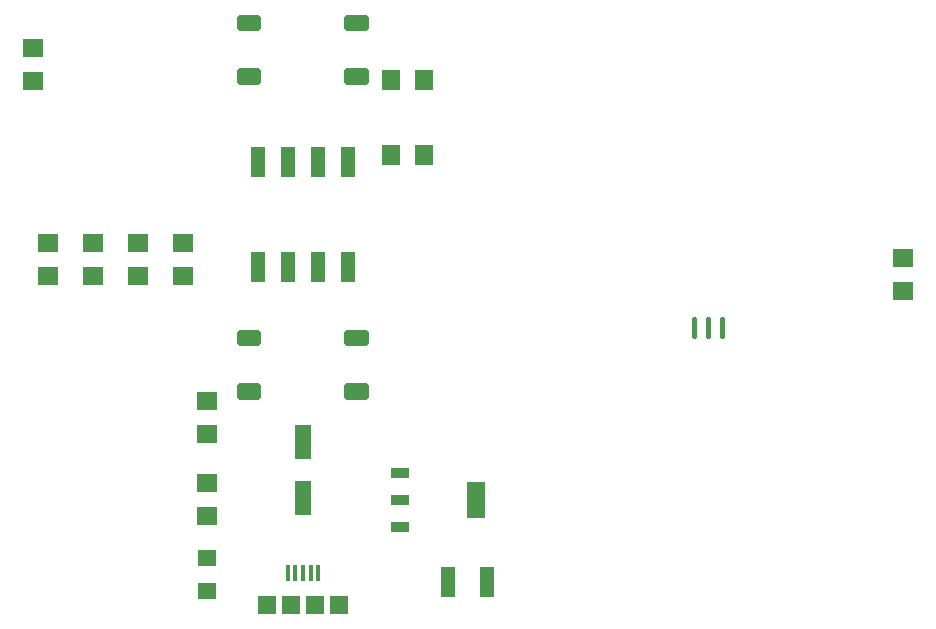
<source format=gtp>
G75*
%MOIN*%
%OFA0B0*%
%FSLAX25Y25*%
%IPPOS*%
%LPD*%
%AMOC8*
5,1,8,0,0,1.08239X$1,22.5*
%
%ADD10R,0.04724X0.09843*%
%ADD11R,0.07087X0.06299*%
%ADD12R,0.06299X0.07087*%
%ADD13C,0.02756*%
%ADD14R,0.06300X0.03300*%
%ADD15R,0.06300X0.12200*%
%ADD16C,0.01772*%
%ADD17R,0.05512X0.11811*%
%ADD18R,0.06299X0.05512*%
%ADD19R,0.01772X0.05315*%
%ADD20R,0.05906X0.06102*%
%ADD21R,0.05000X0.10000*%
D10*
X0153504Y0021348D03*
X0166496Y0021348D03*
D11*
X0073125Y0043337D03*
X0073125Y0054360D03*
X0073125Y0070837D03*
X0073125Y0081860D03*
X0065000Y0123337D03*
X0050000Y0123337D03*
X0050000Y0134360D03*
X0065000Y0134360D03*
X0035000Y0134360D03*
X0020000Y0134360D03*
X0020000Y0123337D03*
X0035000Y0123337D03*
X0015000Y0188337D03*
X0015000Y0199360D03*
X0305000Y0129360D03*
X0305000Y0118337D03*
D12*
X0145512Y0163848D03*
X0134488Y0163848D03*
X0134488Y0188848D03*
X0145512Y0188848D03*
D13*
X0125669Y0191368D02*
X0120157Y0191368D01*
X0125669Y0191368D02*
X0125669Y0188612D01*
X0120157Y0188612D01*
X0120157Y0191368D01*
X0120157Y0191230D02*
X0125669Y0191230D01*
X0125669Y0209085D02*
X0120157Y0209085D01*
X0125669Y0209085D02*
X0125669Y0206329D01*
X0120157Y0206329D01*
X0120157Y0209085D01*
X0120157Y0208947D02*
X0125669Y0208947D01*
X0089843Y0209085D02*
X0084331Y0209085D01*
X0089843Y0209085D02*
X0089843Y0206329D01*
X0084331Y0206329D01*
X0084331Y0209085D01*
X0084331Y0208947D02*
X0089843Y0208947D01*
X0089843Y0191368D02*
X0084331Y0191368D01*
X0089843Y0191368D02*
X0089843Y0188612D01*
X0084331Y0188612D01*
X0084331Y0191368D01*
X0084331Y0191230D02*
X0089843Y0191230D01*
X0089843Y0101329D02*
X0084331Y0101329D01*
X0084331Y0104085D01*
X0089843Y0104085D01*
X0089843Y0101329D01*
X0089843Y0103947D02*
X0084331Y0103947D01*
X0084331Y0083612D02*
X0089843Y0083612D01*
X0084331Y0083612D02*
X0084331Y0086368D01*
X0089843Y0086368D01*
X0089843Y0083612D01*
X0089843Y0086230D02*
X0084331Y0086230D01*
X0120157Y0083612D02*
X0125669Y0083612D01*
X0120157Y0083612D02*
X0120157Y0086368D01*
X0125669Y0086368D01*
X0125669Y0083612D01*
X0125669Y0086230D02*
X0120157Y0086230D01*
X0120157Y0101329D02*
X0125669Y0101329D01*
X0120157Y0101329D02*
X0120157Y0104085D01*
X0125669Y0104085D01*
X0125669Y0101329D01*
X0125669Y0103947D02*
X0120157Y0103947D01*
D14*
X0137400Y0057948D03*
X0137400Y0048848D03*
X0137400Y0039748D03*
D15*
X0162600Y0048848D03*
D16*
X0235276Y0103484D02*
X0235276Y0109212D01*
X0240000Y0109212D02*
X0240000Y0103484D01*
X0244724Y0103484D02*
X0244724Y0109212D01*
D17*
X0105000Y0068297D03*
X0105000Y0049400D03*
D18*
X0073125Y0018337D03*
X0073125Y0029360D03*
D19*
X0099882Y0024380D03*
X0102441Y0024380D03*
X0105000Y0024380D03*
X0107559Y0024380D03*
X0110118Y0024380D03*
D20*
X0108937Y0013848D03*
X0101063Y0013848D03*
X0092992Y0013848D03*
X0117008Y0013848D03*
D21*
X0120000Y0126348D03*
X0110000Y0126348D03*
X0100000Y0126348D03*
X0090000Y0126348D03*
X0090000Y0161348D03*
X0100000Y0161348D03*
X0110000Y0161348D03*
X0120000Y0161348D03*
M02*

</source>
